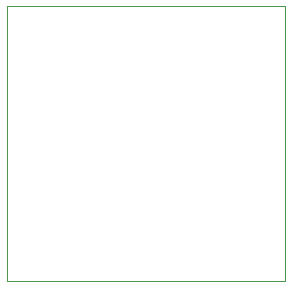
<source format=gbr>
G04 Layer_Color=0*
%FSLAX26Y26*%
%MOIN*%
%TF.FileFunction,Profile*%
%TF.Part,Single*%
G01*
G75*
%TA.AperFunction,Profile*%
%ADD22C,0.001000*%
D22*
X1075000Y1050000D02*
X2000000D01*
Y1965000D01*
X1075000D01*
Y1050000D01*
%TF.MD5,0BD486C0D24CE54D12C88D6F07CAB9CF*%
M02*

</source>
